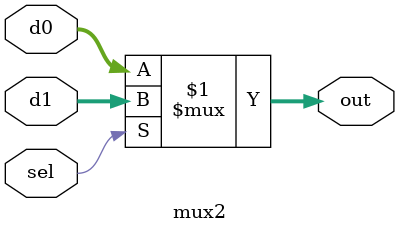
<source format=v>
`timescale 1ns / 1ps
module mux2 #(parameter WIDTH = 8)(
    input [WIDTH - 1:0] d0,
    input [WIDTH - 1:0] d1,
    input sel,
    output [WIDTH - 1:0] out
	 );

	 assign  out = sel ? d1 : d0;
endmodule

</source>
